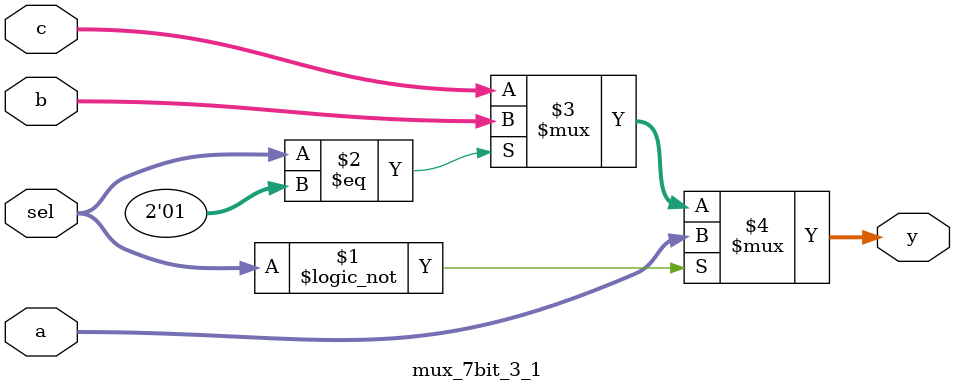
<source format=v>
module mux_7bit_3_1(a, b, c, sel, y);
    input[6:0] a, b, c;
    input[1:0] sel;
    output[6:0] y;
	assign y = (sel==2'b00) ? a :
               (sel==2'b01) ? b : c;
endmodule
</source>
